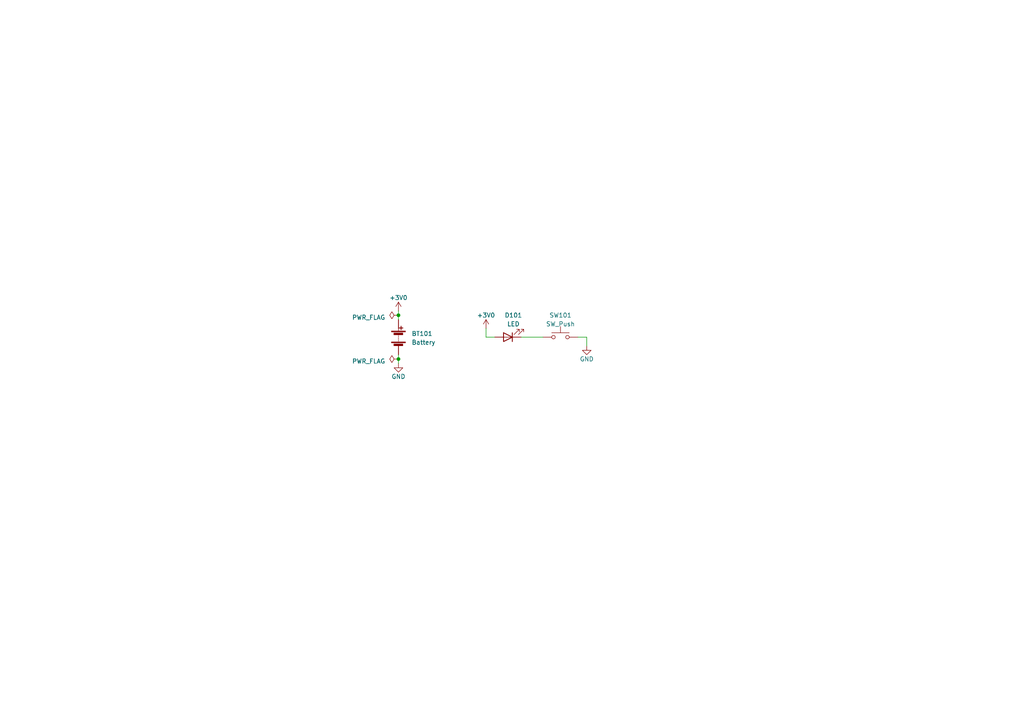
<source format=kicad_sch>
(kicad_sch (version 20230121) (generator eeschema)
  (paper "A4")
  (title_block (title "Example KiCad project") (date "2023-03-15") (rev "v1.0") (company "actions-for-kicad") (comment 1 "The example project for the generate KiCad files action."))
  (lib_symbols
    (symbol "Device:Battery" (pin_numbers hide) (pin_names (offset 0) hide)
      (property "Reference" "BT" (at 2.54 2.54 0))
      (property "Value" "Battery" (at 2.54 0 0))
      (symbol "Battery_0_1"
        (rectangle (start -2.032 -1.397) (end 2.032 -1.651) (fill (type outline)))
        (rectangle (start -2.032 1.778) (end 2.032 1.524) (fill (type outline)))
        (rectangle (start -1.3208 -1.9812) (end 1.27 -2.4892) (fill (type outline)))
        (rectangle (start -1.3208 1.1938) (end 1.27 0.6858) (fill (type outline)))
        (polyline (pts (xy 0 -1.524) (xy 0 -1.27)))
        (polyline (pts (xy 0 -1.016) (xy 0 -0.762)))
        (polyline (pts (xy 0 -0.508) (xy 0 -0.254)))
        (polyline (pts (xy 0 0) (xy 0 0.254)))
        (polyline (pts (xy 0 0.508) (xy 0 0.762)))
        (polyline (pts (xy 0 1.778) (xy 0 2.54)))
        (polyline (pts (xy 0.254 2.667) (xy 1.27 2.667)) (stroke (width 0.254)))
        (polyline (pts (xy 0.762 3.175) (xy 0.762 2.159)) (stroke (width 0.254)))
      )
      (symbol "Battery_1_1"
        (pin passive line (at 0 5.08 270) (length 2.54) (name "+") (number "1"))
        (pin passive line (at 0 -5.08 90) (length 2.54) (name "-") (number "2"))
      )
    )
    (symbol "Device:LED" (pin_numbers hide) (pin_names (offset 1.016) hide)
      (property "Reference" "D" (at 0 2.54 0))
      (property "Value" "LED" (at 0 -2.54 0))
      (symbol "LED_0_1"
        (polyline (pts (xy -1.27 -1.27) (xy -1.27 1.27)) (stroke (width 0.254)))
        (polyline (pts (xy -1.27 0) (xy 1.27 0)))
        (polyline (pts (xy 1.27 -1.27) (xy 1.27 1.27) (xy -1.27 0) (xy 1.27 -1.27)) (stroke (width 0.254)))
        (polyline (pts (xy -3.048 -0.762) (xy -4.572 -2.286) (xy -3.81 -2.286) (xy -4.572 -2.286) (xy -4.572 -1.524)))
        (polyline (pts (xy -1.778 -0.762) (xy -3.302 -2.286) (xy -2.54 -2.286) (xy -3.302 -2.286) (xy -3.302 -1.524)))
      )
      (symbol "LED_1_1"
        (pin passive line (at -3.81 0 0) (length 2.54) (name "K") (number "1"))
        (pin passive line (at 3.81 0 180) (length 2.54) (name "A") (number "2"))
      )
    )
    (symbol "Switch:SW_Push" (pin_numbers hide) (pin_names (offset 1.016) hide)
      (property "Reference" "SW" (at 1.27 2.54 0))
      (property "Value" "SW_Push" (at 0 -1.524 0))
      (symbol "SW_Push_0_1"
        (circle (center -2.032 0) (radius 0.508))
        (polyline (pts (xy 0 1.27) (xy 0 3.048)))
        (polyline (pts (xy 2.54 1.27) (xy -2.54 1.27)))
        (circle (center 2.032 0) (radius 0.508))
        (pin passive line (at -5.08 0 0) (length 2.54) (name "1") (number "1"))
        (pin passive line (at 5.08 0 180) (length 2.54) (name "2") (number "2"))
      )
    )
    (symbol "power:+3V0" (power) (pin_names (offset 0))
      (property "Value" "+3V0" (at 0 3.556 0))
      (symbol "+3V0_0_1"
        (polyline (pts (xy -0.762 1.27) (xy 0 2.54)))
        (polyline (pts (xy 0 0) (xy 0 2.54)))
        (polyline (pts (xy 0 2.54) (xy 0.762 1.27)))
      )
      (symbol "+3V0_1_1"
        (pin power_in line (at 0 0 90) (length 0) hide (name "+3V0") (number "1"))
      )
    )
    (symbol "power:GND" (power) (pin_names (offset 0))
      (property "Value" "GND" (at 0 -3.81 0))
      (symbol "GND_0_1"
        (polyline (pts (xy 0 0) (xy 0 -1.27) (xy 1.27 -1.27) (xy 0 -2.54) (xy -1.27 -1.27) (xy 0 -1.27)))
      )
      (symbol "GND_1_1"
        (pin power_in line (at 0 0 270) (length 0) hide (name "GND") (number "1"))
      )
    )
    (symbol "power:PWR_FLAG" (power) (pin_numbers hide) (pin_names (offset 0) hide)
      (property "Value" "PWR_FLAG" (at 0 3.81 0))
      (symbol "PWR_FLAG_0_0"
        (pin power_out line (at 0 0 90) (length 0) (name "pwr") (number "1"))
      )
      (symbol "PWR_FLAG_0_1"
        (polyline (pts (xy 0 0) (xy 0 1.27) (xy -1.016 1.905) (xy 0 2.54) (xy 1.016 1.905) (xy 0 1.27)))
      )
    )
  )
  (junction (at 115.57 91.44))
  (junction (at 115.57 104.14))
  (wire (pts (xy 115.57 91.44) (xy 115.57 92.71)))
  (wire (pts (xy 167.64 97.79) (xy 170.18 97.79)))
  (wire (pts (xy 115.57 104.14) (xy 115.57 102.87)))
  (wire (pts (xy 140.97 97.79) (xy 143.51 97.79)))
  (wire (pts (xy 151.13 97.79) (xy 157.48 97.79)))
  (wire (pts (xy 170.18 97.79) (xy 170.18 100.33)))
  (wire (pts (xy 140.97 95.25) (xy 140.97 97.79)))
  (wire (pts (xy 115.57 105.41) (xy 115.57 104.14)))
  (wire (pts (xy 115.57 90.17) (xy 115.57 91.44)))
  (symbol (lib_id "power:+3V0") (at 115.57 90.17 0) (unit 1)
    (property "Reference" "#PWR0104" (effects hide))
    (property "Value" "+3V0" (at 115.57 86.36 0))
  )
  (symbol (lib_id "power:GND") (at 115.57 105.41 0) (unit 1)
    (property "Reference" "#PWR0103" (effects hide))
    (property "Value" "GND" (at 115.57 109.22 0))
  )
  (symbol (lib_id "power:+3V0") (at 140.97 95.25 0) (unit 1)
    (property "Reference" "#PWR0102" (effects hide))
    (property "Value" "+3V0" (at 140.97 91.44 0))
  )
  (symbol (lib_id "Switch:SW_Push") (at 162.56 97.79 0) (unit 1)
    (property "Reference" "SW101" (at 162.56 91.44 0))
    (property "Value" "SW_Push" (at 162.56 93.98 0))
    (property "Footprint" "Button_Switch_THT:SW_PUSH_6mm" (effects hide))
  )
  (symbol (lib_id "Device:Battery") (at 115.57 97.79 0) (unit 1)
    (property "Reference" "BT101" (at 119.38 96.774 0) (effects (justify left)))
    (property "Value" "Battery" (at 119.38 99.314 0) (effects (justify left)))
    (property "Footprint" "Battery:BatteryHolder_Bulgin_BX0036_1xC" (effects hide))
  )
  (symbol (lib_id "Device:LED") (at 147.32 97.79 180) (unit 1)
    (property "Reference" "D101" (at 148.9075 91.44 0))
    (property "Value" "LED" (at 148.9075 93.98 0))
    (property "Footprint" "LED_THT:LED_D3.0mm_Horizontal_O1.27mm_Z2.0mm" (effects hide))
  )
  (symbol (lib_id "power:PWR_FLAG") (at 115.57 104.14 90) (unit 1)
    (property "Reference" "#FLG0102" (effects hide))
    (property "Value" "PWR_FLAG" (at 111.76 104.775 90) (effects (justify left)))
  )
  (symbol (lib_id "power:GND") (at 170.18 100.33 0) (unit 1)
    (property "Reference" "#PWR0101" (effects hide))
    (property "Value" "GND" (at 170.18 104.14 0))
  )
  (symbol (lib_id "power:PWR_FLAG") (at 115.57 91.44 90) (unit 1)
    (property "Reference" "#FLG0101" (effects hide))
    (property "Value" "PWR_FLAG" (at 111.76 92.075 90) (effects (justify left)))
  )
)
</source>
